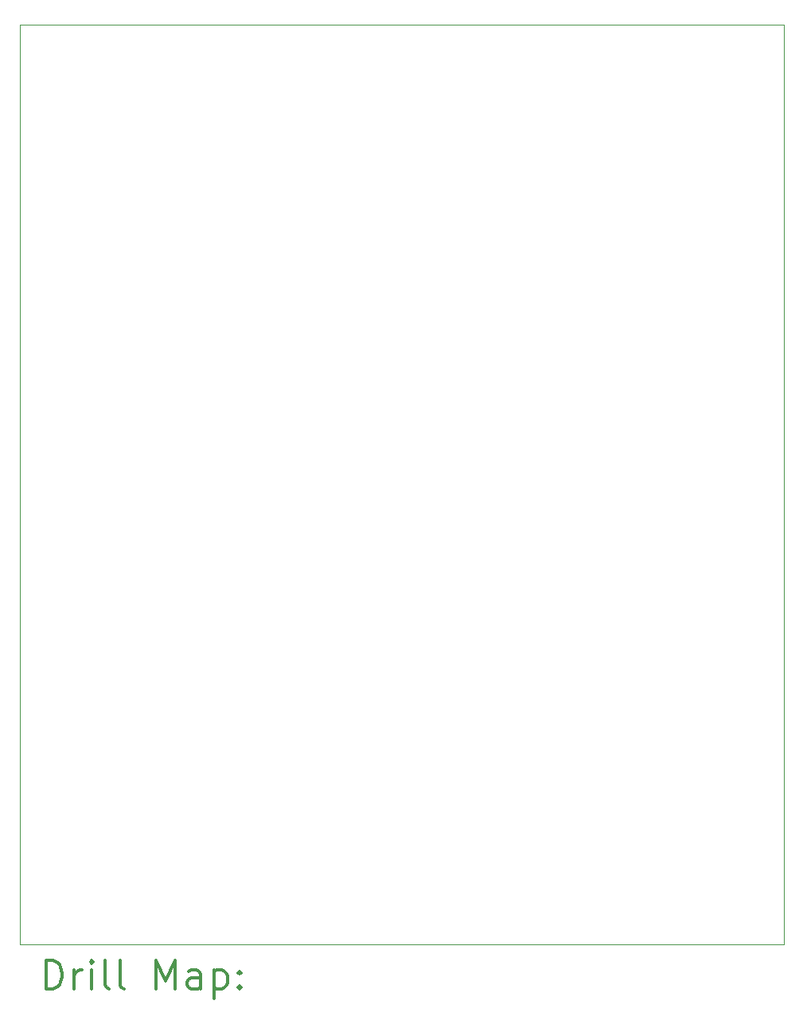
<source format=gbr>
%FSLAX45Y45*%
G04 Gerber Fmt 4.5, Leading zero omitted, Abs format (unit mm)*
G04 Created by KiCad (PCBNEW 5.1.4+dfsg1-1) date 2020-02-14 18:07:55*
%MOMM*%
%LPD*%
G04 APERTURE LIST*
%ADD10C,0.100000*%
%ADD11C,0.200000*%
%ADD12C,0.300000*%
G04 APERTURE END LIST*
D10*
X6096000Y-11811000D02*
X6096000Y-2032000D01*
X14224000Y-11811000D02*
X6096000Y-11811000D01*
X14224000Y-2032000D02*
X14224000Y-11811000D01*
X6096000Y-2032000D02*
X14224000Y-2032000D01*
D11*
D12*
X6377428Y-12281714D02*
X6377428Y-11981714D01*
X6448857Y-11981714D01*
X6491714Y-11996000D01*
X6520286Y-12024571D01*
X6534571Y-12053143D01*
X6548857Y-12110286D01*
X6548857Y-12153143D01*
X6534571Y-12210286D01*
X6520286Y-12238857D01*
X6491714Y-12267429D01*
X6448857Y-12281714D01*
X6377428Y-12281714D01*
X6677428Y-12281714D02*
X6677428Y-12081714D01*
X6677428Y-12138857D02*
X6691714Y-12110286D01*
X6706000Y-12096000D01*
X6734571Y-12081714D01*
X6763143Y-12081714D01*
X6863143Y-12281714D02*
X6863143Y-12081714D01*
X6863143Y-11981714D02*
X6848857Y-11996000D01*
X6863143Y-12010286D01*
X6877428Y-11996000D01*
X6863143Y-11981714D01*
X6863143Y-12010286D01*
X7048857Y-12281714D02*
X7020286Y-12267429D01*
X7006000Y-12238857D01*
X7006000Y-11981714D01*
X7206000Y-12281714D02*
X7177428Y-12267429D01*
X7163143Y-12238857D01*
X7163143Y-11981714D01*
X7548857Y-12281714D02*
X7548857Y-11981714D01*
X7648857Y-12196000D01*
X7748857Y-11981714D01*
X7748857Y-12281714D01*
X8020286Y-12281714D02*
X8020286Y-12124571D01*
X8006000Y-12096000D01*
X7977428Y-12081714D01*
X7920286Y-12081714D01*
X7891714Y-12096000D01*
X8020286Y-12267429D02*
X7991714Y-12281714D01*
X7920286Y-12281714D01*
X7891714Y-12267429D01*
X7877428Y-12238857D01*
X7877428Y-12210286D01*
X7891714Y-12181714D01*
X7920286Y-12167429D01*
X7991714Y-12167429D01*
X8020286Y-12153143D01*
X8163143Y-12081714D02*
X8163143Y-12381714D01*
X8163143Y-12096000D02*
X8191714Y-12081714D01*
X8248857Y-12081714D01*
X8277428Y-12096000D01*
X8291714Y-12110286D01*
X8306000Y-12138857D01*
X8306000Y-12224571D01*
X8291714Y-12253143D01*
X8277428Y-12267429D01*
X8248857Y-12281714D01*
X8191714Y-12281714D01*
X8163143Y-12267429D01*
X8434571Y-12253143D02*
X8448857Y-12267429D01*
X8434571Y-12281714D01*
X8420286Y-12267429D01*
X8434571Y-12253143D01*
X8434571Y-12281714D01*
X8434571Y-12096000D02*
X8448857Y-12110286D01*
X8434571Y-12124571D01*
X8420286Y-12110286D01*
X8434571Y-12096000D01*
X8434571Y-12124571D01*
M02*

</source>
